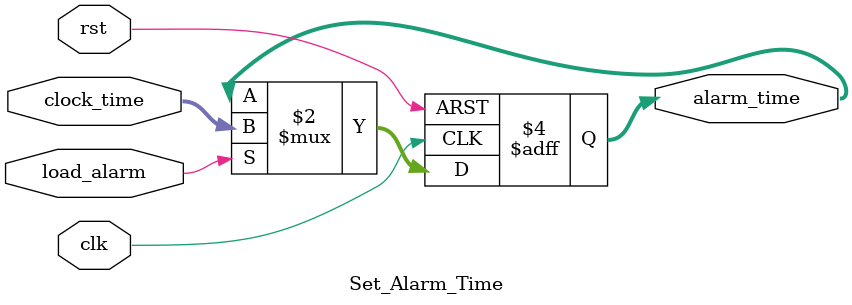
<source format=v>
`timescale 1ns / 1ps

//this module will allow us to set the time when the alarm will go off


module Set_Alarm_Time(
    input clk,
    input rst,
    input load_alarm, //input received from set alarm button in Clock Military
    input [23:0] clock_time, //input received from total time counter
    output reg [23:0] alarm_time //output signal that is sent to Activate Alarm
    );
    
    always@(posedge clk or posedge rst)
        if (rst)
            alarm_time <= 24'b0;
        else if (load_alarm)         //when we press the button on FPGA, whatever time it is currently,
            alarm_time <= clock_time;//will be the time the alarm will go off when reached
            

           
            
            
endmodule

</source>
